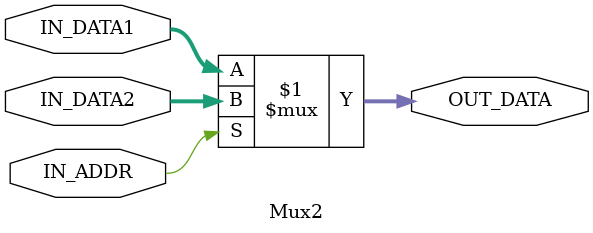
<source format=v>
`timescale 1ns / 1ps

module Mux2(IN_DATA1, IN_DATA2, IN_ADDR, OUT_DATA);
    input wire[2:0] IN_DATA1;
    input wire[2:0] IN_DATA2;
    input wire IN_ADDR;
    output wire[2:0] OUT_DATA;

    assign OUT_DATA = IN_ADDR ? IN_DATA2 : IN_DATA1;
endmodule

</source>
